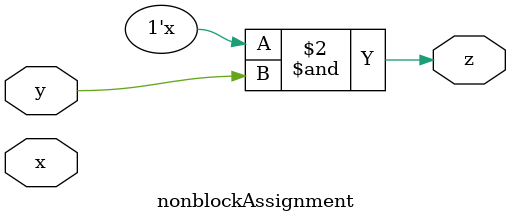
<source format=v>

module nonblockAssignment(
	input wire x, y, 
	output reg z
	);

always @(x,y)  
begin
	z <= x; // z_new = x
	z <= z & y; // z_new = z_entry + y (not z = z_new + y)
end
endmodule
</source>
